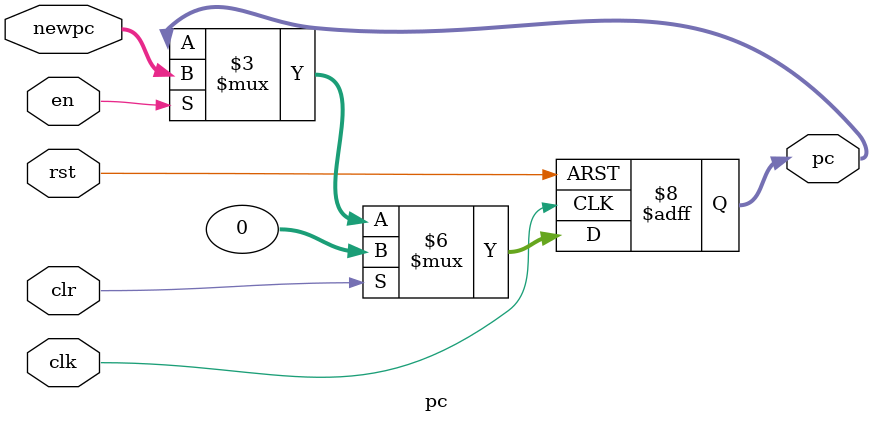
<source format=v>
`timescale 1ns / 1ps


module pc(clk, rst, en, clr, newpc, pc);
    input clk;              // æ¶é
    input rst;              // å¤ä½ä¿¡å·
    input en;              // ä½¿è½ä¿¡å·
    input clr;
    input [31:0] newpc;    // æ´æ°çpcå?
    output reg [31:0]pc;    // pc

    initial pc = 32'h0;
    
    always @(posedge clk or posedge rst) begin
        if(rst) begin
            pc <= 32'b0;
        end
        else if(clr) begin
        pc<=32'b0;
        end
        else if(en) begin
            pc <= newpc;
        end
    end



    
endmodule

</source>
